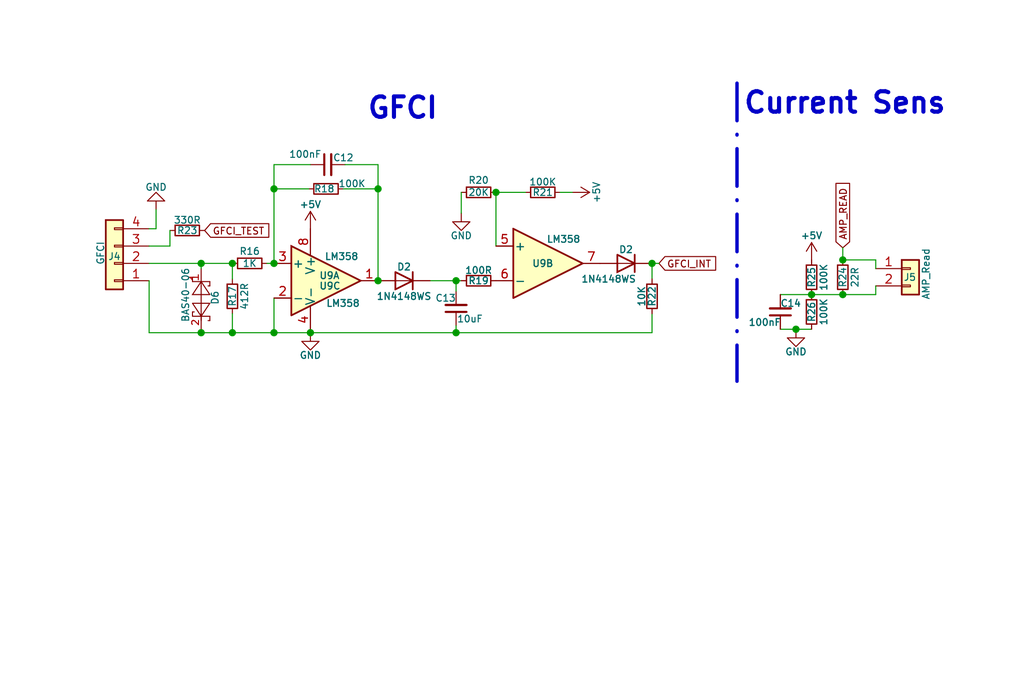
<source format=kicad_sch>
(kicad_sch (version 20230121) (generator eeschema)

  (uuid e8441cba-1f59-47c0-895f-0e6cb82b7410)

  (paper "User" 150.012 99.9998)

  (lib_symbols
    (symbol "Amplifier_Operational:LM358" (pin_names (offset 0.127)) (in_bom yes) (on_board yes)
      (property "Reference" "U" (at 0 5.08 0)
        (effects (font (size 1.27 1.27)) (justify left))
      )
      (property "Value" "LM358" (at 0 -5.08 0)
        (effects (font (size 1.27 1.27)) (justify left))
      )
      (property "Footprint" "" (at 0 0 0)
        (effects (font (size 1.27 1.27)) hide)
      )
      (property "Datasheet" "http://www.ti.com/lit/ds/symlink/lm2904-n.pdf" (at 0 0 0)
        (effects (font (size 1.27 1.27)) hide)
      )
      (property "ki_locked" "" (at 0 0 0)
        (effects (font (size 1.27 1.27)))
      )
      (property "ki_keywords" "dual opamp" (at 0 0 0)
        (effects (font (size 1.27 1.27)) hide)
      )
      (property "ki_description" "Low-Power, Dual Operational Amplifiers, DIP-8/SOIC-8/TO-99-8" (at 0 0 0)
        (effects (font (size 1.27 1.27)) hide)
      )
      (property "ki_fp_filters" "SOIC*3.9x4.9mm*P1.27mm* DIP*W7.62mm* TO*99* OnSemi*Micro8* TSSOP*3x3mm*P0.65mm* TSSOP*4.4x3mm*P0.65mm* MSOP*3x3mm*P0.65mm* SSOP*3.9x4.9mm*P0.635mm* LFCSP*2x2mm*P0.5mm* *SIP* SOIC*5.3x6.2mm*P1.27mm*" (at 0 0 0)
        (effects (font (size 1.27 1.27)) hide)
      )
      (symbol "LM358_1_1"
        (polyline
          (pts
            (xy -5.08 5.08)
            (xy 5.08 0)
            (xy -5.08 -5.08)
            (xy -5.08 5.08)
          )
          (stroke (width 0.254) (type default))
          (fill (type background))
        )
        (pin output line (at 7.62 0 180) (length 2.54)
          (name "~" (effects (font (size 1.27 1.27))))
          (number "1" (effects (font (size 1.27 1.27))))
        )
        (pin input line (at -7.62 -2.54 0) (length 2.54)
          (name "-" (effects (font (size 1.27 1.27))))
          (number "2" (effects (font (size 1.27 1.27))))
        )
        (pin input line (at -7.62 2.54 0) (length 2.54)
          (name "+" (effects (font (size 1.27 1.27))))
          (number "3" (effects (font (size 1.27 1.27))))
        )
      )
      (symbol "LM358_2_1"
        (polyline
          (pts
            (xy -5.08 5.08)
            (xy 5.08 0)
            (xy -5.08 -5.08)
            (xy -5.08 5.08)
          )
          (stroke (width 0.254) (type default))
          (fill (type background))
        )
        (pin input line (at -7.62 2.54 0) (length 2.54)
          (name "+" (effects (font (size 1.27 1.27))))
          (number "5" (effects (font (size 1.27 1.27))))
        )
        (pin input line (at -7.62 -2.54 0) (length 2.54)
          (name "-" (effects (font (size 1.27 1.27))))
          (number "6" (effects (font (size 1.27 1.27))))
        )
        (pin output line (at 7.62 0 180) (length 2.54)
          (name "~" (effects (font (size 1.27 1.27))))
          (number "7" (effects (font (size 1.27 1.27))))
        )
      )
      (symbol "LM358_3_1"
        (pin power_in line (at -2.54 -7.62 90) (length 3.81)
          (name "V-" (effects (font (size 1.27 1.27))))
          (number "4" (effects (font (size 1.27 1.27))))
        )
        (pin power_in line (at -2.54 7.62 270) (length 3.81)
          (name "V+" (effects (font (size 1.27 1.27))))
          (number "8" (effects (font (size 1.27 1.27))))
        )
      )
    )
    (symbol "Connector_Generic:Conn_01x02" (pin_names (offset 1.016) hide) (in_bom yes) (on_board yes)
      (property "Reference" "J" (at 0 2.54 0)
        (effects (font (size 1.27 1.27)))
      )
      (property "Value" "Conn_01x02" (at 0 -5.08 0)
        (effects (font (size 1.27 1.27)))
      )
      (property "Footprint" "" (at 0 0 0)
        (effects (font (size 1.27 1.27)) hide)
      )
      (property "Datasheet" "~" (at 0 0 0)
        (effects (font (size 1.27 1.27)) hide)
      )
      (property "ki_keywords" "connector" (at 0 0 0)
        (effects (font (size 1.27 1.27)) hide)
      )
      (property "ki_description" "Generic connector, single row, 01x02, script generated (kicad-library-utils/schlib/autogen/connector/)" (at 0 0 0)
        (effects (font (size 1.27 1.27)) hide)
      )
      (property "ki_fp_filters" "Connector*:*_1x??_*" (at 0 0 0)
        (effects (font (size 1.27 1.27)) hide)
      )
      (symbol "Conn_01x02_1_1"
        (rectangle (start -1.27 -2.413) (end 0 -2.667)
          (stroke (width 0.1524) (type default))
          (fill (type none))
        )
        (rectangle (start -1.27 0.127) (end 0 -0.127)
          (stroke (width 0.1524) (type default))
          (fill (type none))
        )
        (rectangle (start -1.27 1.27) (end 1.27 -3.81)
          (stroke (width 0.254) (type default))
          (fill (type background))
        )
        (pin passive line (at -5.08 0 0) (length 3.81)
          (name "Pin_1" (effects (font (size 1.27 1.27))))
          (number "1" (effects (font (size 1.27 1.27))))
        )
        (pin passive line (at -5.08 -2.54 0) (length 3.81)
          (name "Pin_2" (effects (font (size 1.27 1.27))))
          (number "2" (effects (font (size 1.27 1.27))))
        )
      )
    )
    (symbol "Connector_Generic:Conn_01x04" (pin_names (offset 1.016) hide) (in_bom yes) (on_board yes)
      (property "Reference" "J" (at 0 5.08 0)
        (effects (font (size 1.27 1.27)))
      )
      (property "Value" "Conn_01x04" (at 0 -7.62 0)
        (effects (font (size 1.27 1.27)))
      )
      (property "Footprint" "" (at 0 0 0)
        (effects (font (size 1.27 1.27)) hide)
      )
      (property "Datasheet" "~" (at 0 0 0)
        (effects (font (size 1.27 1.27)) hide)
      )
      (property "ki_keywords" "connector" (at 0 0 0)
        (effects (font (size 1.27 1.27)) hide)
      )
      (property "ki_description" "Generic connector, single row, 01x04, script generated (kicad-library-utils/schlib/autogen/connector/)" (at 0 0 0)
        (effects (font (size 1.27 1.27)) hide)
      )
      (property "ki_fp_filters" "Connector*:*_1x??_*" (at 0 0 0)
        (effects (font (size 1.27 1.27)) hide)
      )
      (symbol "Conn_01x04_1_1"
        (rectangle (start -1.27 -4.953) (end 0 -5.207)
          (stroke (width 0.1524) (type default))
          (fill (type none))
        )
        (rectangle (start -1.27 -2.413) (end 0 -2.667)
          (stroke (width 0.1524) (type default))
          (fill (type none))
        )
        (rectangle (start -1.27 0.127) (end 0 -0.127)
          (stroke (width 0.1524) (type default))
          (fill (type none))
        )
        (rectangle (start -1.27 2.667) (end 0 2.413)
          (stroke (width 0.1524) (type default))
          (fill (type none))
        )
        (rectangle (start -1.27 3.81) (end 1.27 -6.35)
          (stroke (width 0.254) (type default))
          (fill (type background))
        )
        (pin passive line (at -5.08 2.54 0) (length 3.81)
          (name "Pin_1" (effects (font (size 1.27 1.27))))
          (number "1" (effects (font (size 1.27 1.27))))
        )
        (pin passive line (at -5.08 0 0) (length 3.81)
          (name "Pin_2" (effects (font (size 1.27 1.27))))
          (number "2" (effects (font (size 1.27 1.27))))
        )
        (pin passive line (at -5.08 -2.54 0) (length 3.81)
          (name "Pin_3" (effects (font (size 1.27 1.27))))
          (number "3" (effects (font (size 1.27 1.27))))
        )
        (pin passive line (at -5.08 -5.08 0) (length 3.81)
          (name "Pin_4" (effects (font (size 1.27 1.27))))
          (number "4" (effects (font (size 1.27 1.27))))
        )
      )
    )
    (symbol "Device:C_Small" (pin_numbers hide) (pin_names (offset 0.254) hide) (in_bom yes) (on_board yes)
      (property "Reference" "C" (at 0.254 1.778 0)
        (effects (font (size 1.27 1.27)) (justify left))
      )
      (property "Value" "C_Small" (at 0.254 -2.032 0)
        (effects (font (size 1.27 1.27)) (justify left))
      )
      (property "Footprint" "" (at 0 0 0)
        (effects (font (size 1.27 1.27)) hide)
      )
      (property "Datasheet" "~" (at 0 0 0)
        (effects (font (size 1.27 1.27)) hide)
      )
      (property "ki_keywords" "capacitor cap" (at 0 0 0)
        (effects (font (size 1.27 1.27)) hide)
      )
      (property "ki_description" "Unpolarized capacitor, small symbol" (at 0 0 0)
        (effects (font (size 1.27 1.27)) hide)
      )
      (property "ki_fp_filters" "C_*" (at 0 0 0)
        (effects (font (size 1.27 1.27)) hide)
      )
      (symbol "C_Small_0_1"
        (polyline
          (pts
            (xy -1.524 -0.508)
            (xy 1.524 -0.508)
          )
          (stroke (width 0.3302) (type default))
          (fill (type none))
        )
        (polyline
          (pts
            (xy -1.524 0.508)
            (xy 1.524 0.508)
          )
          (stroke (width 0.3048) (type default))
          (fill (type none))
        )
      )
      (symbol "C_Small_1_1"
        (pin passive line (at 0 2.54 270) (length 2.032)
          (name "~" (effects (font (size 1.27 1.27))))
          (number "1" (effects (font (size 1.27 1.27))))
        )
        (pin passive line (at 0 -2.54 90) (length 2.032)
          (name "~" (effects (font (size 1.27 1.27))))
          (number "2" (effects (font (size 1.27 1.27))))
        )
      )
    )
    (symbol "Device:R_Small" (pin_numbers hide) (pin_names (offset 0.254) hide) (in_bom yes) (on_board yes)
      (property "Reference" "R" (at 0.762 0.508 0)
        (effects (font (size 1.27 1.27)) (justify left))
      )
      (property "Value" "R_Small" (at 0.762 -1.016 0)
        (effects (font (size 1.27 1.27)) (justify left))
      )
      (property "Footprint" "" (at 0 0 0)
        (effects (font (size 1.27 1.27)) hide)
      )
      (property "Datasheet" "~" (at 0 0 0)
        (effects (font (size 1.27 1.27)) hide)
      )
      (property "ki_keywords" "R resistor" (at 0 0 0)
        (effects (font (size 1.27 1.27)) hide)
      )
      (property "ki_description" "Resistor, small symbol" (at 0 0 0)
        (effects (font (size 1.27 1.27)) hide)
      )
      (property "ki_fp_filters" "R_*" (at 0 0 0)
        (effects (font (size 1.27 1.27)) hide)
      )
      (symbol "R_Small_0_1"
        (rectangle (start -0.762 1.778) (end 0.762 -1.778)
          (stroke (width 0.2032) (type default))
          (fill (type none))
        )
      )
      (symbol "R_Small_1_1"
        (pin passive line (at 0 2.54 270) (length 0.762)
          (name "~" (effects (font (size 1.27 1.27))))
          (number "1" (effects (font (size 1.27 1.27))))
        )
        (pin passive line (at 0 -2.54 90) (length 0.762)
          (name "~" (effects (font (size 1.27 1.27))))
          (number "2" (effects (font (size 1.27 1.27))))
        )
      )
    )
    (symbol "Diode:1N4148WS" (pin_numbers hide) (pin_names hide) (in_bom yes) (on_board yes)
      (property "Reference" "D" (at 0 2.54 0)
        (effects (font (size 1.27 1.27)))
      )
      (property "Value" "1N4148WS" (at 0 -2.54 0)
        (effects (font (size 1.27 1.27)))
      )
      (property "Footprint" "Diode_SMD:D_SOD-323" (at 0 -4.445 0)
        (effects (font (size 1.27 1.27)) hide)
      )
      (property "Datasheet" "https://www.vishay.com/docs/85751/1n4148ws.pdf" (at 0 0 0)
        (effects (font (size 1.27 1.27)) hide)
      )
      (property "Sim.Device" "D" (at 0 0 0)
        (effects (font (size 1.27 1.27)) hide)
      )
      (property "Sim.Pins" "1=K 2=A" (at 0 0 0)
        (effects (font (size 1.27 1.27)) hide)
      )
      (property "ki_keywords" "diode" (at 0 0 0)
        (effects (font (size 1.27 1.27)) hide)
      )
      (property "ki_description" "75V 0.15A Fast switching Diode, SOD-323" (at 0 0 0)
        (effects (font (size 1.27 1.27)) hide)
      )
      (property "ki_fp_filters" "D*SOD?323*" (at 0 0 0)
        (effects (font (size 1.27 1.27)) hide)
      )
      (symbol "1N4148WS_0_1"
        (polyline
          (pts
            (xy -1.27 1.27)
            (xy -1.27 -1.27)
          )
          (stroke (width 0.254) (type default))
          (fill (type none))
        )
        (polyline
          (pts
            (xy 1.27 0)
            (xy -1.27 0)
          )
          (stroke (width 0) (type default))
          (fill (type none))
        )
        (polyline
          (pts
            (xy 1.27 1.27)
            (xy 1.27 -1.27)
            (xy -1.27 0)
            (xy 1.27 1.27)
          )
          (stroke (width 0.254) (type default))
          (fill (type none))
        )
      )
      (symbol "1N4148WS_1_1"
        (pin passive line (at -3.81 0 0) (length 2.54)
          (name "K" (effects (font (size 1.27 1.27))))
          (number "1" (effects (font (size 1.27 1.27))))
        )
        (pin passive line (at 3.81 0 180) (length 2.54)
          (name "A" (effects (font (size 1.27 1.27))))
          (number "2" (effects (font (size 1.27 1.27))))
        )
      )
    )
    (symbol "Diode:BAS40-04" (pin_names (offset 1.016)) (in_bom yes) (on_board yes)
      (property "Reference" "D6" (at -1.016 4.826 0)
        (effects (font (size 1 1)) (justify right))
      )
      (property "Value" "BAS40-06" (at 1.524 0.254 0)
        (effects (font (size 1 1)) (justify right))
      )
      (property "Footprint" "Package_TO_SOT_SMD:SOT-23" (at -6.35 7.62 0)
        (effects (font (size 1.27 1.27)) (justify left) hide)
      )
      (property "Datasheet" "http://www.vishay.com/docs/85701/bas40v.pdf" (at -3.81 12.7 0)
        (effects (font (size 1.27 1.27)) hide)
      )
      (property "ki_keywords" "Schottky, Diode" (at 0 0 0)
        (effects (font (size 1.27 1.27)) hide)
      )
      (property "ki_description" "40V 0.2A Dual Small Signal Schottky Diodes" (at 0 0 0)
        (effects (font (size 1.27 1.27)) hide)
      )
      (property "ki_fp_filters" "SOT?23*" (at 0 0 0)
        (effects (font (size 1.27 1.27)) hide)
      )
      (symbol "BAS40-04_0_1"
        (polyline
          (pts
            (xy -5.08 1.27)
            (xy -5.08 1.524)
          )
          (stroke (width 0) (type default))
          (fill (type none))
        )
        (polyline
          (pts
            (xy -4.445 1.27)
            (xy -5.08 1.27)
          )
          (stroke (width 0) (type default))
          (fill (type none))
        )
        (polyline
          (pts
            (xy -4.445 3.81)
            (xy -4.445 1.27)
          )
          (stroke (width 0) (type default))
          (fill (type none))
        )
        (polyline
          (pts
            (xy -4.445 3.81)
            (xy -3.81 3.81)
          )
          (stroke (width 0) (type default))
          (fill (type none))
        )
        (polyline
          (pts
            (xy -3.81 2.54)
            (xy 1.27 2.54)
          )
          (stroke (width 0) (type default))
          (fill (type none))
        )
        (polyline
          (pts
            (xy -3.81 3.81)
            (xy -3.81 3.556)
          )
          (stroke (width 0) (type default))
          (fill (type none))
        )
        (polyline
          (pts
            (xy 0 1.27)
            (xy 0 1.524)
          )
          (stroke (width 0) (type default))
          (fill (type none))
        )
        (polyline
          (pts
            (xy 0.635 1.27)
            (xy 0 1.27)
          )
          (stroke (width 0) (type default))
          (fill (type none))
        )
        (polyline
          (pts
            (xy 0.635 1.27)
            (xy 0.635 3.81)
          )
          (stroke (width 0) (type default))
          (fill (type none))
        )
        (polyline
          (pts
            (xy 0.635 3.81)
            (xy 1.27 3.81)
          )
          (stroke (width 0) (type default))
          (fill (type none))
        )
        (polyline
          (pts
            (xy 1.27 3.81)
            (xy 1.27 3.556)
          )
          (stroke (width 0) (type default))
          (fill (type none))
        )
        (polyline
          (pts
            (xy -2.54 1.27)
            (xy -2.54 3.81)
            (xy -4.445 2.54)
            (xy -2.54 1.27)
          )
          (stroke (width 0) (type default))
          (fill (type none))
        )
        (polyline
          (pts
            (xy -1.27 3.81)
            (xy -1.27 1.27)
            (xy 0.635 2.54)
            (xy -1.27 3.81)
          )
          (stroke (width 0) (type default))
          (fill (type none))
        )
      )
      (symbol "BAS40-04_1_1"
        (pin passive line (at -6.35 2.54 0) (length 2.54)
          (name "~" (effects (font (size 1.27 1.27))))
          (number "1" (effects (font (size 1.27 1.27))))
        )
        (pin passive line (at 2.81 2.54 180) (length 2.54)
          (name "~" (effects (font (size 1.27 1.27))))
          (number "2" (effects (font (size 1 1))))
        )
      )
    )
    (symbol "power:+5V" (power) (pin_names (offset 0)) (in_bom yes) (on_board yes)
      (property "Reference" "#PWR" (at 0 -3.81 0)
        (effects (font (size 1.27 1.27)) hide)
      )
      (property "Value" "+5V" (at 0 3.556 0)
        (effects (font (size 1.27 1.27)))
      )
      (property "Footprint" "" (at 0 0 0)
        (effects (font (size 1.27 1.27)) hide)
      )
      (property "Datasheet" "" (at 0 0 0)
        (effects (font (size 1.27 1.27)) hide)
      )
      (property "ki_keywords" "global power" (at 0 0 0)
        (effects (font (size 1.27 1.27)) hide)
      )
      (property "ki_description" "Power symbol creates a global label with name \"+5V\"" (at 0 0 0)
        (effects (font (size 1.27 1.27)) hide)
      )
      (symbol "+5V_0_1"
        (polyline
          (pts
            (xy -0.762 1.27)
            (xy 0 2.54)
          )
          (stroke (width 0) (type default))
          (fill (type none))
        )
        (polyline
          (pts
            (xy 0 0)
            (xy 0 2.54)
          )
          (stroke (width 0) (type default))
          (fill (type none))
        )
        (polyline
          (pts
            (xy 0 2.54)
            (xy 0.762 1.27)
          )
          (stroke (width 0) (type default))
          (fill (type none))
        )
      )
      (symbol "+5V_1_1"
        (pin power_in line (at 0 0 90) (length 0) hide
          (name "+5V" (effects (font (size 1.27 1.27))))
          (number "1" (effects (font (size 1.27 1.27))))
        )
      )
    )
    (symbol "power:GND" (power) (pin_names (offset 0)) (in_bom yes) (on_board yes)
      (property "Reference" "#PWR" (at 0 -6.35 0)
        (effects (font (size 1.27 1.27)) hide)
      )
      (property "Value" "GND" (at 0 -3.81 0)
        (effects (font (size 1.27 1.27)))
      )
      (property "Footprint" "" (at 0 0 0)
        (effects (font (size 1.27 1.27)) hide)
      )
      (property "Datasheet" "" (at 0 0 0)
        (effects (font (size 1.27 1.27)) hide)
      )
      (property "ki_keywords" "global power" (at 0 0 0)
        (effects (font (size 1.27 1.27)) hide)
      )
      (property "ki_description" "Power symbol creates a global label with name \"GND\" , ground" (at 0 0 0)
        (effects (font (size 1.27 1.27)) hide)
      )
      (symbol "GND_0_1"
        (polyline
          (pts
            (xy 0 0)
            (xy 0 -1.27)
            (xy 1.27 -1.27)
            (xy 0 -2.54)
            (xy -1.27 -1.27)
            (xy 0 -1.27)
          )
          (stroke (width 0) (type default))
          (fill (type none))
        )
      )
      (symbol "GND_1_1"
        (pin power_in line (at 0 0 270) (length 0) hide
          (name "GND" (effects (font (size 1.27 1.27))))
          (number "1" (effects (font (size 1.27 1.27))))
        )
      )
    )
  )

  (junction (at 118.872 43.18) (diameter 0) (color 0 0 0 0)
    (uuid 26a717ab-b314-4c8b-bb1f-4037e3905502)
  )
  (junction (at 29.464 48.768) (diameter 0) (color 0 0 0 0)
    (uuid 300b0904-c6cf-44b3-ba28-3c8d724b0626)
  )
  (junction (at 95.504 38.608) (diameter 0) (color 0 0 0 0)
    (uuid 3b887b15-7480-4b3c-893b-953fe01de49c)
  )
  (junction (at 40.132 27.686) (diameter 0) (color 0 0 0 0)
    (uuid 44869bbb-5bad-485c-a5c2-5e0ffabc815e)
  )
  (junction (at 116.586 48.26) (diameter 0) (color 0 0 0 0)
    (uuid 4f9182e6-2c4d-43dd-9c16-9f07391874bc)
  )
  (junction (at 66.802 48.768) (diameter 0) (color 0 0 0 0)
    (uuid 52c371eb-f951-457e-b1ed-f7e650cf4530)
  )
  (junction (at 123.444 43.18) (diameter 0) (color 0 0 0 0)
    (uuid 55c18189-ab5b-4f42-baf0-cb0edfe0746b)
  )
  (junction (at 40.132 48.768) (diameter 0) (color 0 0 0 0)
    (uuid 5c49fa29-4866-42ff-a299-2e1db84adecf)
  )
  (junction (at 34.036 38.608) (diameter 0) (color 0 0 0 0)
    (uuid 720b9366-8592-4ca4-a1d1-ce361ac62b6c)
  )
  (junction (at 66.802 41.148) (diameter 0) (color 0 0 0 0)
    (uuid 7a3c625a-abf0-44db-9f97-eb97c6373649)
  )
  (junction (at 45.466 48.768) (diameter 0) (color 0 0 0 0)
    (uuid 936c0456-e7a0-4bec-aeac-6cf2bdaab979)
  )
  (junction (at 29.464 38.608) (diameter 0) (color 0 0 0 0)
    (uuid 9fd366d7-168a-4c7b-b973-581ce3798972)
  )
  (junction (at 55.372 27.686) (diameter 0) (color 0 0 0 0)
    (uuid cf3c6b36-d9f0-45d0-bdaf-84300dc2f2bf)
  )
  (junction (at 34.036 48.768) (diameter 0) (color 0 0 0 0)
    (uuid d52a17da-9397-4755-b3b7-9b47da288e5a)
  )
  (junction (at 40.132 38.608) (diameter 0) (color 0 0 0 0)
    (uuid e431b125-3067-4c7b-b76b-6d5c3edcc860)
  )
  (junction (at 55.372 41.148) (diameter 0) (color 0 0 0 0)
    (uuid e96c4e47-ab48-4b84-9b31-3371fadc719e)
  )
  (junction (at 72.644 28.194) (diameter 0) (color 0 0 0 0)
    (uuid f23d9a67-298b-420a-b282-ee841c5aa112)
  )
  (junction (at 123.444 38.1) (diameter 0) (color 0 0 0 0)
    (uuid fda444c8-dafa-4daf-a660-b184d329f467)
  )

  (wire (pts (xy 40.132 48.768) (xy 45.466 48.768))
    (stroke (width 0) (type default))
    (uuid 02812668-26db-492c-83e1-f252e5e7e5c2)
  )
  (wire (pts (xy 95.504 45.974) (xy 95.504 48.768))
    (stroke (width 0) (type default))
    (uuid 0d7c22ab-754d-430d-a9dd-ed158585611c)
  )
  (wire (pts (xy 21.844 38.608) (xy 29.464 38.608))
    (stroke (width 0) (type default))
    (uuid 156ca7b7-85a7-428a-b067-6264c40a788c)
  )
  (wire (pts (xy 45.466 48.768) (xy 66.802 48.768))
    (stroke (width 0) (type default))
    (uuid 1c498ad3-c90b-49c4-a05f-b043373d8ff2)
  )
  (wire (pts (xy 21.844 48.768) (xy 29.464 48.768))
    (stroke (width 0) (type default))
    (uuid 21b8bc9e-2394-4185-bcd7-fc14f528ce23)
  )
  (wire (pts (xy 22.86 30.734) (xy 22.86 33.528))
    (stroke (width 0) (type default))
    (uuid 27d25426-e164-4efb-83a7-f3c42ca83cf3)
  )
  (wire (pts (xy 123.444 36.322) (xy 123.444 38.1))
    (stroke (width 0) (type default))
    (uuid 2c9d0541-187d-4b53-a297-36332c978250)
  )
  (wire (pts (xy 67.564 41.148) (xy 66.802 41.148))
    (stroke (width 0) (type default))
    (uuid 36986170-fe8a-4dfd-a32d-22ac12d85848)
  )
  (wire (pts (xy 40.132 24.13) (xy 40.132 27.686))
    (stroke (width 0) (type default))
    (uuid 39ff3a34-6a1b-4003-ad07-ef5490d8c1dc)
  )
  (wire (pts (xy 34.036 48.768) (xy 40.132 48.768))
    (stroke (width 0) (type default))
    (uuid 3d51266c-3668-4f30-a96c-3ac547048e3c)
  )
  (wire (pts (xy 66.802 48.768) (xy 95.504 48.768))
    (stroke (width 0) (type default))
    (uuid 4b3d6a29-ee93-4aed-8903-38534769b0e6)
  )
  (wire (pts (xy 45.212 27.686) (xy 40.132 27.686))
    (stroke (width 0) (type default))
    (uuid 4be5df86-04ae-4405-a3be-70aba27e4d1f)
  )
  (wire (pts (xy 50.546 24.13) (xy 55.372 24.13))
    (stroke (width 0) (type default))
    (uuid 5093ec20-4e89-400f-9c02-04512281c1f5)
  )
  (wire (pts (xy 114.3 48.26) (xy 116.586 48.26))
    (stroke (width 0) (type default))
    (uuid 6145022d-8f0e-4dec-b303-d221088921b2)
  )
  (wire (pts (xy 62.992 41.148) (xy 66.802 41.148))
    (stroke (width 0) (type default))
    (uuid 623629b6-d910-4380-a6b2-c127d1323982)
  )
  (wire (pts (xy 34.036 40.894) (xy 34.036 38.608))
    (stroke (width 0) (type default))
    (uuid 69014f86-f573-4c4d-9800-89ed6b6840fe)
  )
  (wire (pts (xy 29.464 48.768) (xy 34.036 48.768))
    (stroke (width 0) (type default))
    (uuid 6927be6b-85b2-4f29-89ab-be6a3b642ad1)
  )
  (wire (pts (xy 40.132 43.688) (xy 40.132 48.768))
    (stroke (width 0) (type default))
    (uuid 6a8a1dec-8c18-47cb-a5b4-7baafeaedf1b)
  )
  (wire (pts (xy 39.116 38.608) (xy 40.132 38.608))
    (stroke (width 0) (type default))
    (uuid 6f13cc4b-31b4-4b96-a471-f6ac09a4d769)
  )
  (wire (pts (xy 95.504 38.608) (xy 95.504 40.894))
    (stroke (width 0) (type default))
    (uuid 70c76333-a10a-44b9-88e7-a169a3c41299)
  )
  (wire (pts (xy 29.464 39.37) (xy 29.464 38.608))
    (stroke (width 0) (type default))
    (uuid 73abebf5-e9ba-4bb7-b297-a3bc769de7fc)
  )
  (wire (pts (xy 123.444 38.1) (xy 128.27 38.1))
    (stroke (width 0) (type default))
    (uuid 76afec3f-4823-42aa-8b9d-4ffcc588943d)
  )
  (wire (pts (xy 114.3 43.18) (xy 118.872 43.18))
    (stroke (width 0) (type default))
    (uuid 800cf79d-d22f-458d-83dd-6147fd09a04e)
  )
  (wire (pts (xy 34.036 45.974) (xy 34.036 48.768))
    (stroke (width 0) (type default))
    (uuid 85e0d08b-e208-4179-92ef-01fb35dab1f5)
  )
  (wire (pts (xy 29.464 48.768) (xy 29.464 48.53))
    (stroke (width 0) (type default))
    (uuid 884bdb9b-0f4d-497d-b0a3-6567744fbed8)
  )
  (wire (pts (xy 67.564 31.242) (xy 67.564 28.194))
    (stroke (width 0) (type default))
    (uuid 8a0eaa90-164b-441b-a063-b078c36f496b)
  )
  (polyline (pts (xy 107.95 12.192) (xy 107.95 55.88))
    (stroke (width 0.5) (type dash_dot))
    (uuid 8b0364b1-bbda-47a0-92ff-31206e075832)
  )

  (wire (pts (xy 76.962 28.194) (xy 72.644 28.194))
    (stroke (width 0) (type default))
    (uuid 8b139f7f-9c1b-4926-a762-5a30ee23c6be)
  )
  (wire (pts (xy 128.27 38.1) (xy 128.27 39.37))
    (stroke (width 0) (type default))
    (uuid 934cda59-6e3e-4b68-9a23-a23bc991f20a)
  )
  (wire (pts (xy 128.27 43.18) (xy 123.444 43.18))
    (stroke (width 0) (type default))
    (uuid a139db93-4d50-4208-921c-45a547f082b6)
  )
  (wire (pts (xy 83.82 28.194) (xy 82.042 28.194))
    (stroke (width 0) (type default))
    (uuid a567e585-0659-4178-9076-716801d3c482)
  )
  (wire (pts (xy 55.372 27.686) (xy 55.372 41.148))
    (stroke (width 0) (type default))
    (uuid a7419e0a-ca47-4d05-9a90-2b93342704e2)
  )
  (wire (pts (xy 24.892 36.068) (xy 21.844 36.068))
    (stroke (width 0) (type default))
    (uuid a8428075-85f1-423c-ad8b-8e6c858e4890)
  )
  (wire (pts (xy 72.644 28.194) (xy 72.644 36.068))
    (stroke (width 0) (type default))
    (uuid b07e7858-82a2-4927-b49d-85e1a218c16d)
  )
  (wire (pts (xy 116.586 48.26) (xy 118.872 48.26))
    (stroke (width 0) (type default))
    (uuid b5210d2a-e5ca-41fc-b7d9-7579dc627e8b)
  )
  (wire (pts (xy 22.86 33.528) (xy 21.844 33.528))
    (stroke (width 0) (type default))
    (uuid b5bf45a8-2005-46d1-8839-66697410558a)
  )
  (wire (pts (xy 50.292 27.686) (xy 55.372 27.686))
    (stroke (width 0) (type default))
    (uuid c01cabfe-414c-4705-a3af-c3a0c1104649)
  )
  (wire (pts (xy 128.27 41.91) (xy 128.27 43.18))
    (stroke (width 0) (type default))
    (uuid c041dd59-23c0-49d0-8cdd-b7ca53f3ad50)
  )
  (wire (pts (xy 66.802 41.148) (xy 66.802 42.672))
    (stroke (width 0) (type default))
    (uuid c26f51ac-b3a4-4d60-8291-8cb0b6723aa7)
  )
  (wire (pts (xy 118.872 43.18) (xy 123.444 43.18))
    (stroke (width 0) (type default))
    (uuid c42ee6c6-ae9d-474e-a725-6142b4375faf)
  )
  (wire (pts (xy 29.464 38.608) (xy 34.036 38.608))
    (stroke (width 0) (type default))
    (uuid c6d125a5-6ae2-4982-bcba-621f859216d1)
  )
  (wire (pts (xy 24.892 33.782) (xy 24.892 36.068))
    (stroke (width 0) (type default))
    (uuid ce6f29ef-983a-4490-9837-cd5e323380d8)
  )
  (wire (pts (xy 40.132 27.686) (xy 40.132 38.608))
    (stroke (width 0) (type default))
    (uuid d05f984b-9086-4008-befa-dc2141edcbac)
  )
  (wire (pts (xy 21.844 41.148) (xy 21.844 48.768))
    (stroke (width 0) (type default))
    (uuid e07ec56a-8bfb-49ac-81cf-9deb884eeeeb)
  )
  (wire (pts (xy 66.802 47.752) (xy 66.802 48.768))
    (stroke (width 0) (type default))
    (uuid ebdf3ff5-7a06-4e2a-94e5-35790503f765)
  )
  (wire (pts (xy 95.504 38.608) (xy 96.52 38.608))
    (stroke (width 0) (type default))
    (uuid f1df9cc3-cd96-44d0-8cdf-7de5ddcd505e)
  )
  (wire (pts (xy 45.466 24.13) (xy 40.132 24.13))
    (stroke (width 0) (type default))
    (uuid f386c889-887d-42a8-8879-bcb96afd7f7b)
  )
  (wire (pts (xy 55.372 24.13) (xy 55.372 27.686))
    (stroke (width 0) (type default))
    (uuid ff685895-f1cb-4eaf-a2dd-2b36381e922b)
  )

  (text "Current Sens" (at 108.712 17.018 0)
    (effects (font (size 3 3) bold) (justify left bottom))
    (uuid 97197411-44ce-4a4a-8a9c-0bb4b30fb334)
  )
  (text "GFCI" (at 53.594 17.78 0)
    (effects (font (size 3 3) bold) (justify left bottom))
    (uuid debee36a-6795-40c9-8df8-fc257b82ca7f)
  )

  (global_label "GFCI_TEST" (shape input) (at 29.972 33.782 0) (fields_autoplaced)
    (effects (font (size 1 1)) (justify left))
    (uuid 06e947b4-eddf-45c8-a89b-67625e29260c)
    (property "Intersheetrefs" "${INTERSHEET_REFS}" (at 39.7361 33.782 0)
      (effects (font (size 1.27 1.27)) (justify left) hide)
    )
  )
  (global_label "AMP_READ" (shape input) (at 123.444 36.322 90) (fields_autoplaced)
    (effects (font (size 1 1)) (justify left))
    (uuid 202324d3-5104-40e7-8070-78c14f12dbe1)
    (property "Intersheetrefs" "${INTERSHEET_REFS}" (at 123.444 26.5103 90)
      (effects (font (size 1.27 1.27)) (justify left) hide)
    )
  )
  (global_label "GFCI_INT" (shape input) (at 96.52 38.608 0) (fields_autoplaced)
    (effects (font (size 1 1)) (justify left))
    (uuid db3f626f-20b5-4a59-a96d-c01ed5bb156c)
    (property "Intersheetrefs" "${INTERSHEET_REFS}" (at 105.1888 38.608 0)
      (effects (font (size 1.27 1.27)) (justify left) hide)
    )
  )

  (symbol (lib_id "power:GND") (at 67.564 31.242 0) (unit 1)
    (in_bom yes) (on_board yes) (dnp no)
    (uuid 08b0c50b-b189-4507-8f52-f4b0f973c1f4)
    (property "Reference" "#PWR035" (at 67.564 37.592 0)
      (effects (font (size 1.27 1.27)) hide)
    )
    (property "Value" "GND" (at 67.564 34.544 0)
      (effects (font (size 1 1)))
    )
    (property "Footprint" "" (at 67.564 31.242 0)
      (effects (font (size 1.27 1.27)) hide)
    )
    (property "Datasheet" "" (at 67.564 31.242 0)
      (effects (font (size 1.27 1.27)) hide)
    )
    (pin "1" (uuid d4c7da8f-e523-4154-82f8-0fad9e7366f2))
    (instances
      (project "EV_Charger"
        (path "/65e4f495-1587-47cc-89e7-5f7f29c51acd/1ca0b73e-8b87-4889-98c7-9507f8eedb07"
          (reference "#PWR035") (unit 1)
        )
      )
    )
  )

  (symbol (lib_id "power:+5V") (at 45.466 33.528 0) (unit 1)
    (in_bom yes) (on_board yes) (dnp no)
    (uuid 0f044a68-b924-40b5-83cc-ca23ee8aafc9)
    (property "Reference" "#PWR034" (at 45.466 37.338 0)
      (effects (font (size 1.27 1.27)) hide)
    )
    (property "Value" "+5V" (at 45.466 29.972 0)
      (effects (font (size 1 1)))
    )
    (property "Footprint" "" (at 45.466 33.528 0)
      (effects (font (size 1.27 1.27)) hide)
    )
    (property "Datasheet" "" (at 45.466 33.528 0)
      (effects (font (size 1.27 1.27)) hide)
    )
    (pin "1" (uuid 71ac1fb7-3086-47d0-b600-368aa46d06b7))
    (instances
      (project "EV_Charger"
        (path "/65e4f495-1587-47cc-89e7-5f7f29c51acd/1ca0b73e-8b87-4889-98c7-9507f8eedb07"
          (reference "#PWR034") (unit 1)
        )
      )
    )
  )

  (symbol (lib_id "Device:R_Small") (at 27.432 33.782 90) (unit 1)
    (in_bom yes) (on_board yes) (dnp no)
    (uuid 16e1d92c-d1d8-441f-a849-720745ca7210)
    (property "Reference" "R23" (at 27.432 33.782 90)
      (effects (font (size 1 1)))
    )
    (property "Value" "330R" (at 27.432 32.258 90)
      (effects (font (size 1 1)))
    )
    (property "Footprint" "Resistor_SMD:R_0402_1005Metric_Pad0.72x0.64mm_HandSolder" (at 27.432 33.782 0)
      (effects (font (size 1.27 1.27)) hide)
    )
    (property "Datasheet" "~" (at 27.432 33.782 0)
      (effects (font (size 1.27 1.27)) hide)
    )
    (pin "1" (uuid de0c63ed-66e5-4f69-ac35-e0f76cd96b60))
    (pin "2" (uuid 8db5bcdc-feb4-44c0-a063-8f07d92ecc25))
    (instances
      (project "EV_Charger"
        (path "/65e4f495-1587-47cc-89e7-5f7f29c51acd/1ca0b73e-8b87-4889-98c7-9507f8eedb07"
          (reference "R23") (unit 1)
        )
      )
    )
  )

  (symbol (lib_id "Device:C_Small") (at 114.3 45.72 180) (unit 1)
    (in_bom yes) (on_board yes) (dnp no)
    (uuid 1b3a179d-b2d6-4a0b-b52e-8e86cd8d0878)
    (property "Reference" "C14" (at 115.824 44.45 0)
      (effects (font (size 1 1)))
    )
    (property "Value" "100nF" (at 112.014 47.244 0)
      (effects (font (size 1 1)))
    )
    (property "Footprint" "Capacitor_SMD:C_0805_2012Metric" (at 114.3 45.72 0)
      (effects (font (size 1.27 1.27)) hide)
    )
    (property "Datasheet" "~" (at 114.3 45.72 0)
      (effects (font (size 1.27 1.27)) hide)
    )
    (pin "1" (uuid 8abe074b-e234-4eef-9063-b18a6ebe3441))
    (pin "2" (uuid 0df11389-4454-45fd-bb2a-c1ac0d500f2e))
    (instances
      (project "EV_Charger"
        (path "/65e4f495-1587-47cc-89e7-5f7f29c51acd/1ca0b73e-8b87-4889-98c7-9507f8eedb07"
          (reference "C14") (unit 1)
        )
      )
    )
  )

  (symbol (lib_id "power:+5V") (at 83.82 28.194 270) (unit 1)
    (in_bom yes) (on_board yes) (dnp no)
    (uuid 1b685e9d-ae49-4f12-9e77-c87361447f3a)
    (property "Reference" "#PWR037" (at 80.01 28.194 0)
      (effects (font (size 1.27 1.27)) hide)
    )
    (property "Value" "+5V" (at 87.376 28.194 0)
      (effects (font (size 1 1)))
    )
    (property "Footprint" "" (at 83.82 28.194 0)
      (effects (font (size 1.27 1.27)) hide)
    )
    (property "Datasheet" "" (at 83.82 28.194 0)
      (effects (font (size 1.27 1.27)) hide)
    )
    (pin "1" (uuid 15e64788-f7a9-4597-8b23-d04420c8d04b))
    (instances
      (project "EV_Charger"
        (path "/65e4f495-1587-47cc-89e7-5f7f29c51acd/1ca0b73e-8b87-4889-98c7-9507f8eedb07"
          (reference "#PWR037") (unit 1)
        )
      )
    )
  )

  (symbol (lib_id "Device:R_Small") (at 47.752 27.686 90) (unit 1)
    (in_bom yes) (on_board yes) (dnp no)
    (uuid 281e8726-3f34-4429-afa9-0ee75e0f6bc3)
    (property "Reference" "R18" (at 47.498 27.686 90)
      (effects (font (size 1 1)))
    )
    (property "Value" "100K" (at 51.562 26.924 90)
      (effects (font (size 1 1)))
    )
    (property "Footprint" "Resistor_SMD:R_0402_1005Metric_Pad0.72x0.64mm_HandSolder" (at 47.752 27.686 0)
      (effects (font (size 1.27 1.27)) hide)
    )
    (property "Datasheet" "~" (at 47.752 27.686 0)
      (effects (font (size 1.27 1.27)) hide)
    )
    (pin "1" (uuid 40f93f39-4c83-4ed5-93a0-8497fed634c5))
    (pin "2" (uuid 4808976f-651c-45d6-ad7c-b08b71799f56))
    (instances
      (project "EV_Charger"
        (path "/65e4f495-1587-47cc-89e7-5f7f29c51acd/1ca0b73e-8b87-4889-98c7-9507f8eedb07"
          (reference "R18") (unit 1)
        )
      )
    )
  )

  (symbol (lib_id "Amplifier_Operational:LM358") (at 80.264 38.608 0) (unit 2)
    (in_bom yes) (on_board yes) (dnp no)
    (uuid 344c21f6-fde0-4b7b-b203-f22a0c25ae04)
    (property "Reference" "U9" (at 79.502 38.608 0)
      (effects (font (size 1 1)))
    )
    (property "Value" "LM358" (at 82.55 35.052 0)
      (effects (font (size 1 1)))
    )
    (property "Footprint" "Package_SO:SOIC-8_3.9x4.9mm_P1.27mm" (at 80.264 38.608 0)
      (effects (font (size 1.27 1.27)) hide)
    )
    (property "Datasheet" "http://www.ti.com/lit/ds/symlink/lm2904-n.pdf" (at 80.264 38.608 0)
      (effects (font (size 1.27 1.27)) hide)
    )
    (pin "1" (uuid bd30f9ee-1e45-46fc-8e46-329d2bac7cd0))
    (pin "2" (uuid a0fea993-0653-4046-abde-63b947f12330))
    (pin "3" (uuid e9a38647-619a-4776-a96f-005d7e426d92))
    (pin "5" (uuid cbb67ac6-9822-4950-866c-174e55d43602))
    (pin "6" (uuid 33f52bdf-2578-48eb-898b-c8362c42bf27))
    (pin "7" (uuid a94c3504-c366-4152-b962-63553471522d))
    (pin "4" (uuid a3e65c54-f02d-4413-8ef7-9c752e739678))
    (pin "8" (uuid b0e36f66-85c1-4376-b8b8-d0eaa1a637e1))
    (instances
      (project "EV_Charger"
        (path "/65e4f495-1587-47cc-89e7-5f7f29c51acd/1ca0b73e-8b87-4889-98c7-9507f8eedb07"
          (reference "U9") (unit 2)
        )
      )
    )
  )

  (symbol (lib_id "Device:C_Small") (at 66.802 45.212 180) (unit 1)
    (in_bom yes) (on_board yes) (dnp no)
    (uuid 47a2934f-acdd-4c01-940d-96eeedef9a13)
    (property "Reference" "C13" (at 65.278 43.688 0)
      (effects (font (size 1 1)))
    )
    (property "Value" "10uF" (at 68.834 46.736 0)
      (effects (font (size 1 1)))
    )
    (property "Footprint" "Capacitor_SMD:C_0402_1005Metric" (at 66.802 45.212 0)
      (effects (font (size 1.27 1.27)) hide)
    )
    (property "Datasheet" "~" (at 66.802 45.212 0)
      (effects (font (size 1.27 1.27)) hide)
    )
    (pin "1" (uuid bef023aa-82c2-46a4-b40d-b6a2c68e571f))
    (pin "2" (uuid 46ebde2c-617c-4cbc-a2f1-9c20a6c41328))
    (instances
      (project "EV_Charger"
        (path "/65e4f495-1587-47cc-89e7-5f7f29c51acd/1ca0b73e-8b87-4889-98c7-9507f8eedb07"
          (reference "C13") (unit 1)
        )
      )
    )
  )

  (symbol (lib_id "Diode:1N4148WS") (at 59.182 41.148 180) (unit 1)
    (in_bom yes) (on_board yes) (dnp no)
    (uuid 4b0f5acd-9ea3-4533-a2f5-b662a52a3c47)
    (property "Reference" "D2" (at 59.182 39.116 0)
      (effects (font (size 1 1)))
    )
    (property "Value" "1N4148WS" (at 59.182 43.434 0)
      (effects (font (size 1 1)))
    )
    (property "Footprint" "Diode_SMD:D_SOD-323" (at 59.182 36.703 0)
      (effects (font (size 1.27 1.27)) hide)
    )
    (property "Datasheet" "https://www.vishay.com/docs/85751/1n4148ws.pdf" (at 59.182 41.148 0)
      (effects (font (size 1.27 1.27)) hide)
    )
    (property "Sim.Device" "D" (at 59.182 41.148 0)
      (effects (font (size 1.27 1.27)) hide)
    )
    (property "Sim.Pins" "1=K 2=A" (at 59.182 41.148 0)
      (effects (font (size 1.27 1.27)) hide)
    )
    (pin "1" (uuid ab3582ed-44d0-43d2-a09f-407471766ada))
    (pin "2" (uuid 9b9b539b-e3a1-44b5-8426-97a98ffe4025))
    (instances
      (project "EV_Charger"
        (path "/65e4f495-1587-47cc-89e7-5f7f29c51acd/85c1dc23-d924-40e7-9657-7f617e4f58f6"
          (reference "D2") (unit 1)
        )
        (path "/65e4f495-1587-47cc-89e7-5f7f29c51acd/1ca0b73e-8b87-4889-98c7-9507f8eedb07"
          (reference "D7") (unit 1)
        )
      )
    )
  )

  (symbol (lib_id "Diode:BAS40-04") (at 26.924 45.72 270) (unit 1)
    (in_bom yes) (on_board yes) (dnp no)
    (uuid 4cb33b98-4fc5-4a01-bbb2-ff283b20d7d1)
    (property "Reference" "D6" (at 31.496 44.704 0)
      (effects (font (size 1 1)) (justify right))
    )
    (property "Value" "BAS40-06" (at 27.178 47.244 0)
      (effects (font (size 1 1)) (justify right))
    )
    (property "Footprint" "Package_TO_SOT_SMD:SOT-23" (at 34.544 39.37 0)
      (effects (font (size 1.27 1.27)) (justify left) hide)
    )
    (property "Datasheet" "http://www.vishay.com/docs/85701/bas40v.pdf" (at 39.624 41.91 0)
      (effects (font (size 1.27 1.27)) hide)
    )
    (pin "1" (uuid f7bd52a9-d240-4b11-86d7-22f024c0553e))
    (pin "2" (uuid 766ed995-d644-4bd3-a8c5-64ecaaf907f9))
    (instances
      (project "EV_Charger"
        (path "/65e4f495-1587-47cc-89e7-5f7f29c51acd/1ca0b73e-8b87-4889-98c7-9507f8eedb07"
          (reference "D6") (unit 1)
        )
      )
    )
  )

  (symbol (lib_id "Device:R_Small") (at 123.444 40.64 180) (unit 1)
    (in_bom yes) (on_board yes) (dnp no)
    (uuid 51d5376e-52cd-4fe7-b0a9-2f388b9908bd)
    (property "Reference" "R24" (at 123.444 40.64 90)
      (effects (font (size 1 1)))
    )
    (property "Value" "22R" (at 125.222 40.64 90)
      (effects (font (size 1 1)))
    )
    (property "Footprint" "Resistor_SMD:R_0402_1005Metric_Pad0.72x0.64mm_HandSolder" (at 123.444 40.64 0)
      (effects (font (size 1.27 1.27)) hide)
    )
    (property "Datasheet" "~" (at 123.444 40.64 0)
      (effects (font (size 1.27 1.27)) hide)
    )
    (pin "1" (uuid 4ddf5b9c-6ce2-48e7-998f-635267d691ac))
    (pin "2" (uuid bbe0da2b-7ec5-45ff-bccb-71c50d4d678f))
    (instances
      (project "EV_Charger"
        (path "/65e4f495-1587-47cc-89e7-5f7f29c51acd/1ca0b73e-8b87-4889-98c7-9507f8eedb07"
          (reference "R24") (unit 1)
        )
      )
    )
  )

  (symbol (lib_id "Connector_Generic:Conn_01x02") (at 133.35 39.37 0) (unit 1)
    (in_bom yes) (on_board yes) (dnp no)
    (uuid 62bda232-7971-4af3-b122-4e2893a53e7f)
    (property "Reference" "J5" (at 132.334 40.64 0)
      (effects (font (size 1 1)) (justify left))
    )
    (property "Value" "AMP_Read" (at 135.636 43.942 90)
      (effects (font (size 1 1)) (justify left))
    )
    (property "Footprint" "Connector_PinHeader_2.54mm:PinHeader_1x02_P2.54mm_Vertical" (at 133.35 39.37 0)
      (effects (font (size 1.27 1.27)) hide)
    )
    (property "Datasheet" "~" (at 133.35 39.37 0)
      (effects (font (size 1.27 1.27)) hide)
    )
    (pin "1" (uuid e575eb5f-89cb-4027-b947-7530d39b8c64))
    (pin "2" (uuid 1bd66801-0cff-427a-9744-7c2919dcdfd5))
    (instances
      (project "EV_Charger"
        (path "/65e4f495-1587-47cc-89e7-5f7f29c51acd/1ca0b73e-8b87-4889-98c7-9507f8eedb07"
          (reference "J5") (unit 1)
        )
      )
    )
  )

  (symbol (lib_id "Device:C_Small") (at 48.006 24.13 90) (unit 1)
    (in_bom yes) (on_board yes) (dnp no)
    (uuid 6bfd6cb4-b0e7-46ae-97db-e2f4a4b6622f)
    (property "Reference" "C12" (at 50.292 23.114 90)
      (effects (font (size 1 1)))
    )
    (property "Value" "100nF" (at 44.704 22.606 90)
      (effects (font (size 1 1)))
    )
    (property "Footprint" "Capacitor_SMD:C_0402_1005Metric_Pad0.74x0.62mm_HandSolder" (at 48.006 24.13 0)
      (effects (font (size 1.27 1.27)) hide)
    )
    (property "Datasheet" "~" (at 48.006 24.13 0)
      (effects (font (size 1.27 1.27)) hide)
    )
    (pin "1" (uuid fc763109-a889-4f55-8d3e-9a6701095507))
    (pin "2" (uuid 0636c6a5-2d65-41da-a78e-5f95f7be18fc))
    (instances
      (project "EV_Charger"
        (path "/65e4f495-1587-47cc-89e7-5f7f29c51acd/1ca0b73e-8b87-4889-98c7-9507f8eedb07"
          (reference "C12") (unit 1)
        )
      )
    )
  )

  (symbol (lib_id "Device:R_Small") (at 79.502 28.194 90) (unit 1)
    (in_bom yes) (on_board yes) (dnp no)
    (uuid 77f9e9cc-5732-420a-9239-38bfc72d0524)
    (property "Reference" "R21" (at 79.502 28.194 90)
      (effects (font (size 1 1)))
    )
    (property "Value" "100K" (at 79.502 26.67 90)
      (effects (font (size 1 1)))
    )
    (property "Footprint" "Resistor_SMD:R_0402_1005Metric_Pad0.72x0.64mm_HandSolder" (at 79.502 28.194 0)
      (effects (font (size 1.27 1.27)) hide)
    )
    (property "Datasheet" "~" (at 79.502 28.194 0)
      (effects (font (size 1.27 1.27)) hide)
    )
    (pin "1" (uuid 7d12e022-0afc-4767-a9bc-984fb76e550e))
    (pin "2" (uuid 26d2d0b3-90f6-4cc8-8c5c-5fec174935bd))
    (instances
      (project "EV_Charger"
        (path "/65e4f495-1587-47cc-89e7-5f7f29c51acd/1ca0b73e-8b87-4889-98c7-9507f8eedb07"
          (reference "R21") (unit 1)
        )
      )
    )
  )

  (symbol (lib_id "Device:R_Small") (at 118.872 45.72 180) (unit 1)
    (in_bom yes) (on_board yes) (dnp no)
    (uuid 78d38978-9dd1-4ee9-9be9-202a51f5dfd2)
    (property "Reference" "R26" (at 118.872 45.72 90)
      (effects (font (size 1 1)))
    )
    (property "Value" "100K" (at 120.65 45.72 90)
      (effects (font (size 1 1)))
    )
    (property "Footprint" "Resistor_SMD:R_0402_1005Metric_Pad0.72x0.64mm_HandSolder" (at 118.872 45.72 0)
      (effects (font (size 1.27 1.27)) hide)
    )
    (property "Datasheet" "~" (at 118.872 45.72 0)
      (effects (font (size 1.27 1.27)) hide)
    )
    (pin "1" (uuid 50c76d53-ff8f-4307-bd98-f0e85f3555e7))
    (pin "2" (uuid 32f6822d-08b2-4e4b-82fc-e65f9b339984))
    (instances
      (project "EV_Charger"
        (path "/65e4f495-1587-47cc-89e7-5f7f29c51acd/1ca0b73e-8b87-4889-98c7-9507f8eedb07"
          (reference "R26") (unit 1)
        )
      )
    )
  )

  (symbol (lib_id "power:GND") (at 45.466 48.768 0) (unit 1)
    (in_bom yes) (on_board yes) (dnp no)
    (uuid 79336f78-37e9-47ff-9220-f6b2c4bc577c)
    (property "Reference" "#PWR036" (at 45.466 55.118 0)
      (effects (font (size 1.27 1.27)) hide)
    )
    (property "Value" "GND" (at 45.466 52.07 0)
      (effects (font (size 1 1)))
    )
    (property "Footprint" "" (at 45.466 48.768 0)
      (effects (font (size 1.27 1.27)) hide)
    )
    (property "Datasheet" "" (at 45.466 48.768 0)
      (effects (font (size 1.27 1.27)) hide)
    )
    (pin "1" (uuid 72b3287f-4415-4c0a-bde3-e9014afccdbf))
    (instances
      (project "EV_Charger"
        (path "/65e4f495-1587-47cc-89e7-5f7f29c51acd/1ca0b73e-8b87-4889-98c7-9507f8eedb07"
          (reference "#PWR036") (unit 1)
        )
      )
    )
  )

  (symbol (lib_id "Connector_Generic:Conn_01x04") (at 16.764 38.608 180) (unit 1)
    (in_bom yes) (on_board yes) (dnp no)
    (uuid 7bc21984-ff1a-43e0-b8a3-e58585111677)
    (property "Reference" "J4" (at 16.764 37.592 0)
      (effects (font (size 1 1)))
    )
    (property "Value" "GFCI" (at 14.732 37.084 90)
      (effects (font (size 1 1)))
    )
    (property "Footprint" "Connector_PinHeader_2.54mm:PinHeader_1x04_P2.54mm_Vertical" (at 16.764 38.608 0)
      (effects (font (size 1.27 1.27)) hide)
    )
    (property "Datasheet" "~" (at 16.764 38.608 0)
      (effects (font (size 1.27 1.27)) hide)
    )
    (pin "1" (uuid de5e4909-6904-482a-9112-794714cf46a5))
    (pin "2" (uuid 7d765a02-63b9-48e5-899b-18d1ad31cb8d))
    (pin "3" (uuid fec12d32-8bd7-45d6-a9a9-81a6b76b030c))
    (pin "4" (uuid 93388b2c-3faf-47e0-b2be-2497b986bae0))
    (instances
      (project "EV_Charger"
        (path "/65e4f495-1587-47cc-89e7-5f7f29c51acd/1ca0b73e-8b87-4889-98c7-9507f8eedb07"
          (reference "J4") (unit 1)
        )
      )
    )
  )

  (symbol (lib_id "Device:R_Small") (at 118.872 40.64 180) (unit 1)
    (in_bom yes) (on_board yes) (dnp no)
    (uuid 85d67b7d-2fd0-4f0a-85a3-7db73258362f)
    (property "Reference" "R25" (at 118.872 40.64 90)
      (effects (font (size 1 1)))
    )
    (property "Value" "100K" (at 120.65 40.64 90)
      (effects (font (size 1 1)))
    )
    (property "Footprint" "Resistor_SMD:R_0402_1005Metric_Pad0.72x0.64mm_HandSolder" (at 118.872 40.64 0)
      (effects (font (size 1.27 1.27)) hide)
    )
    (property "Datasheet" "~" (at 118.872 40.64 0)
      (effects (font (size 1.27 1.27)) hide)
    )
    (pin "1" (uuid 78d49a69-4a8d-4219-be47-7f598b1da594))
    (pin "2" (uuid a12d560d-0b0c-4528-b60e-80bdffc5816e))
    (instances
      (project "EV_Charger"
        (path "/65e4f495-1587-47cc-89e7-5f7f29c51acd/1ca0b73e-8b87-4889-98c7-9507f8eedb07"
          (reference "R25") (unit 1)
        )
      )
    )
  )

  (symbol (lib_id "Device:R_Small") (at 70.104 28.194 90) (unit 1)
    (in_bom yes) (on_board yes) (dnp no)
    (uuid 8ff312ea-69f9-4c74-b456-643fd5e1fc70)
    (property "Reference" "R20" (at 70.104 26.416 90)
      (effects (font (size 1 1)))
    )
    (property "Value" "20K" (at 70.104 28.194 90)
      (effects (font (size 1 1)))
    )
    (property "Footprint" "Resistor_SMD:R_0402_1005Metric_Pad0.72x0.64mm_HandSolder" (at 70.104 28.194 0)
      (effects (font (size 1.27 1.27)) hide)
    )
    (property "Datasheet" "~" (at 70.104 28.194 0)
      (effects (font (size 1.27 1.27)) hide)
    )
    (pin "1" (uuid 5316b7fa-1792-41e5-8c67-7d26cf17ec69))
    (pin "2" (uuid 007db941-5b89-4b59-b501-701f05156679))
    (instances
      (project "EV_Charger"
        (path "/65e4f495-1587-47cc-89e7-5f7f29c51acd/1ca0b73e-8b87-4889-98c7-9507f8eedb07"
          (reference "R20") (unit 1)
        )
      )
    )
  )

  (symbol (lib_id "Device:R_Small") (at 95.504 43.434 180) (unit 1)
    (in_bom yes) (on_board yes) (dnp no)
    (uuid 96c0e8c9-eff9-4363-aaba-4c80fd4e0dfa)
    (property "Reference" "R22" (at 95.504 43.434 90)
      (effects (font (size 1 1)))
    )
    (property "Value" "10K" (at 93.98 43.434 90)
      (effects (font (size 1 1)))
    )
    (property "Footprint" "Resistor_SMD:R_0402_1005Metric_Pad0.72x0.64mm_HandSolder" (at 95.504 43.434 0)
      (effects (font (size 1.27 1.27)) hide)
    )
    (property "Datasheet" "~" (at 95.504 43.434 0)
      (effects (font (size 1.27 1.27)) hide)
    )
    (pin "1" (uuid b2502bbe-3b3e-4d46-9acd-8ac24e7f81bf))
    (pin "2" (uuid 2cd8b041-45df-47eb-ae31-1dde66cba258))
    (instances
      (project "EV_Charger"
        (path "/65e4f495-1587-47cc-89e7-5f7f29c51acd/1ca0b73e-8b87-4889-98c7-9507f8eedb07"
          (reference "R22") (unit 1)
        )
      )
    )
  )

  (symbol (lib_id "power:+5V") (at 118.872 38.1 0) (unit 1)
    (in_bom yes) (on_board yes) (dnp no)
    (uuid 9a6fb3b2-6b94-4134-9ed7-8eeb77c92c52)
    (property "Reference" "#PWR039" (at 118.872 41.91 0)
      (effects (font (size 1.27 1.27)) hide)
    )
    (property "Value" "+5V" (at 118.872 34.544 0)
      (effects (font (size 1 1)))
    )
    (property "Footprint" "" (at 118.872 38.1 0)
      (effects (font (size 1.27 1.27)) hide)
    )
    (property "Datasheet" "" (at 118.872 38.1 0)
      (effects (font (size 1.27 1.27)) hide)
    )
    (pin "1" (uuid 76cabaca-f21c-417a-bdfe-8cf15459dcfb))
    (instances
      (project "EV_Charger"
        (path "/65e4f495-1587-47cc-89e7-5f7f29c51acd/1ca0b73e-8b87-4889-98c7-9507f8eedb07"
          (reference "#PWR039") (unit 1)
        )
      )
    )
  )

  (symbol (lib_id "Amplifier_Operational:LM358") (at 47.752 41.148 0) (unit 1)
    (in_bom yes) (on_board yes) (dnp no)
    (uuid adfd8559-4012-4fa3-ad72-fc4c60808f5a)
    (property "Reference" "U9" (at 48.26 40.386 0)
      (effects (font (size 1 1)))
    )
    (property "Value" "LM358" (at 50.038 37.592 0)
      (effects (font (size 1 1)))
    )
    (property "Footprint" "Package_SO:SOIC-8_3.9x4.9mm_P1.27mm" (at 47.752 41.148 0)
      (effects (font (size 1.27 1.27)) hide)
    )
    (property "Datasheet" "http://www.ti.com/lit/ds/symlink/lm2904-n.pdf" (at 47.752 41.148 0)
      (effects (font (size 1.27 1.27)) hide)
    )
    (pin "1" (uuid bfe47663-8735-4dc9-a52e-0f04e8f10477))
    (pin "2" (uuid 7e79195c-2ec5-4ad0-9bc4-82028e23f600))
    (pin "3" (uuid f0101dfc-b061-4424-b011-e267ab221490))
    (pin "5" (uuid 1d428acc-80c0-4cb0-81c1-9c9c2bbdd1a5))
    (pin "6" (uuid 020530ba-a520-4d83-9bf8-69c0c2630884))
    (pin "7" (uuid f7177b3f-2c70-49b6-86a1-2516a3de325b))
    (pin "4" (uuid 24425728-457c-4ffa-984d-7b1c7a2ffee0))
    (pin "8" (uuid dc9247ff-e7f1-4da9-856b-6d09eb466fe7))
    (instances
      (project "EV_Charger"
        (path "/65e4f495-1587-47cc-89e7-5f7f29c51acd/1ca0b73e-8b87-4889-98c7-9507f8eedb07"
          (reference "U9") (unit 1)
        )
      )
    )
  )

  (symbol (lib_id "Diode:1N4148WS") (at 91.694 38.608 180) (unit 1)
    (in_bom yes) (on_board yes) (dnp no)
    (uuid b10a6193-3bcd-4b4f-9074-4521ebf2bf99)
    (property "Reference" "D2" (at 91.694 36.576 0)
      (effects (font (size 1 1)))
    )
    (property "Value" "1N4148WS" (at 89.154 40.894 0)
      (effects (font (size 1 1)))
    )
    (property "Footprint" "Diode_SMD:D_SOD-323" (at 91.694 34.163 0)
      (effects (font (size 1.27 1.27)) hide)
    )
    (property "Datasheet" "https://www.vishay.com/docs/85751/1n4148ws.pdf" (at 91.694 38.608 0)
      (effects (font (size 1.27 1.27)) hide)
    )
    (property "Sim.Device" "D" (at 91.694 38.608 0)
      (effects (font (size 1.27 1.27)) hide)
    )
    (property "Sim.Pins" "1=K 2=A" (at 91.694 38.608 0)
      (effects (font (size 1.27 1.27)) hide)
    )
    (pin "1" (uuid bf341bf0-9415-4af0-8ee9-82b2da315a64))
    (pin "2" (uuid 0a2ffa3b-4e0e-4b41-8493-6f778c61d89d))
    (instances
      (project "EV_Charger"
        (path "/65e4f495-1587-47cc-89e7-5f7f29c51acd/85c1dc23-d924-40e7-9657-7f617e4f58f6"
          (reference "D2") (unit 1)
        )
        (path "/65e4f495-1587-47cc-89e7-5f7f29c51acd/1ca0b73e-8b87-4889-98c7-9507f8eedb07"
          (reference "D8") (unit 1)
        )
      )
    )
  )

  (symbol (lib_id "power:GND") (at 22.86 30.734 180) (unit 1)
    (in_bom yes) (on_board yes) (dnp no)
    (uuid b5214bab-2ba4-4592-8af7-2781e8c2acc8)
    (property "Reference" "#PWR038" (at 22.86 24.384 0)
      (effects (font (size 1.27 1.27)) hide)
    )
    (property "Value" "GND" (at 22.86 27.432 0)
      (effects (font (size 1 1)))
    )
    (property "Footprint" "" (at 22.86 30.734 0)
      (effects (font (size 1.27 1.27)) hide)
    )
    (property "Datasheet" "" (at 22.86 30.734 0)
      (effects (font (size 1.27 1.27)) hide)
    )
    (pin "1" (uuid 3f4c2dac-59e0-4099-b10d-c7398c46608b))
    (instances
      (project "EV_Charger"
        (path "/65e4f495-1587-47cc-89e7-5f7f29c51acd/1ca0b73e-8b87-4889-98c7-9507f8eedb07"
          (reference "#PWR038") (unit 1)
        )
      )
    )
  )

  (symbol (lib_id "Device:R_Small") (at 36.576 38.608 90) (unit 1)
    (in_bom yes) (on_board yes) (dnp no)
    (uuid b9913b8b-38b8-42c9-b1e2-5e94cad37af4)
    (property "Reference" "R16" (at 36.576 36.83 90)
      (effects (font (size 1 1)))
    )
    (property "Value" "1K" (at 36.576 38.608 90)
      (effects (font (size 1 1)))
    )
    (property "Footprint" "Resistor_SMD:R_0402_1005Metric_Pad0.72x0.64mm_HandSolder" (at 36.576 38.608 0)
      (effects (font (size 1.27 1.27)) hide)
    )
    (property "Datasheet" "~" (at 36.576 38.608 0)
      (effects (font (size 1.27 1.27)) hide)
    )
    (pin "1" (uuid 13f42f19-e2ba-4cd0-9890-ca4651bd6b4f))
    (pin "2" (uuid 298e1227-0376-4f7e-beb8-a19c4cbcfecb))
    (instances
      (project "EV_Charger"
        (path "/65e4f495-1587-47cc-89e7-5f7f29c51acd/1ca0b73e-8b87-4889-98c7-9507f8eedb07"
          (reference "R16") (unit 1)
        )
      )
    )
  )

  (symbol (lib_id "Amplifier_Operational:LM358") (at 48.006 41.148 0) (unit 3)
    (in_bom yes) (on_board yes) (dnp no)
    (uuid bcf65a35-d3f9-44af-adef-6a83dd2ea9c4)
    (property "Reference" "U9" (at 46.736 41.91 0)
      (effects (font (size 1 1)) (justify left))
    )
    (property "Value" "LM358" (at 47.752 44.45 0)
      (effects (font (size 1 1)) (justify left))
    )
    (property "Footprint" "Package_SO:SOIC-8_3.9x4.9mm_P1.27mm" (at 48.006 41.148 0)
      (effects (font (size 1.27 1.27)) hide)
    )
    (property "Datasheet" "http://www.ti.com/lit/ds/symlink/lm2904-n.pdf" (at 48.006 41.148 0)
      (effects (font (size 1.27 1.27)) hide)
    )
    (pin "1" (uuid 03121475-8a66-4488-a161-9d4ebcae090c))
    (pin "2" (uuid 25931bdc-2418-4082-939d-ca28ae840698))
    (pin "3" (uuid 71ae4d1c-94ba-4e17-b8a1-7452a2dba399))
    (pin "5" (uuid d792bded-0001-4925-b464-b76e01d10ac3))
    (pin "6" (uuid 8350f119-78d2-49b8-8205-0936048c3fef))
    (pin "7" (uuid b05f155a-1931-4669-b3ab-725a7356626f))
    (pin "4" (uuid 469cfec8-7d9d-4d8f-9d0b-31ccd708960a))
    (pin "8" (uuid 0f01a492-f75f-4e66-99b3-7b9214432740))
    (instances
      (project "EV_Charger"
        (path "/65e4f495-1587-47cc-89e7-5f7f29c51acd/1ca0b73e-8b87-4889-98c7-9507f8eedb07"
          (reference "U9") (unit 3)
        )
      )
    )
  )

  (symbol (lib_id "Device:R_Small") (at 70.104 41.148 90) (unit 1)
    (in_bom yes) (on_board yes) (dnp no)
    (uuid bfc12f99-652c-4533-bd87-a2b2b2d3708d)
    (property "Reference" "R19" (at 70.104 41.148 90)
      (effects (font (size 1 1)))
    )
    (property "Value" "100R" (at 70.104 39.624 90)
      (effects (font (size 1 1)))
    )
    (property "Footprint" "Resistor_SMD:R_0402_1005Metric_Pad0.72x0.64mm_HandSolder" (at 70.104 41.148 0)
      (effects (font (size 1.27 1.27)) hide)
    )
    (property "Datasheet" "~" (at 70.104 41.148 0)
      (effects (font (size 1.27 1.27)) hide)
    )
    (pin "1" (uuid 7b51d207-1000-4181-9eb7-e9da2890c7a5))
    (pin "2" (uuid a09ddc84-54d9-416f-ba9b-530115c11322))
    (instances
      (project "EV_Charger"
        (path "/65e4f495-1587-47cc-89e7-5f7f29c51acd/1ca0b73e-8b87-4889-98c7-9507f8eedb07"
          (reference "R19") (unit 1)
        )
      )
    )
  )

  (symbol (lib_id "Device:R_Small") (at 34.036 43.434 180) (unit 1)
    (in_bom yes) (on_board yes) (dnp no)
    (uuid d8c4b839-4775-4182-9a42-bac1df951765)
    (property "Reference" "R17" (at 34.036 43.434 90)
      (effects (font (size 1 1)))
    )
    (property "Value" "412R" (at 35.814 43.434 90)
      (effects (font (size 1 1)))
    )
    (property "Footprint" "Resistor_SMD:R_0402_1005Metric_Pad0.72x0.64mm_HandSolder" (at 34.036 43.434 0)
      (effects (font (size 1.27 1.27)) hide)
    )
    (property "Datasheet" "~" (at 34.036 43.434 0)
      (effects (font (size 1.27 1.27)) hide)
    )
    (pin "1" (uuid 1b98e762-991d-4461-a0ed-c20556bbe192))
    (pin "2" (uuid 7e7d3fd8-f050-4f6e-ae91-8cd45bd7a729))
    (instances
      (project "EV_Charger"
        (path "/65e4f495-1587-47cc-89e7-5f7f29c51acd/1ca0b73e-8b87-4889-98c7-9507f8eedb07"
          (reference "R17") (unit 1)
        )
      )
    )
  )

  (symbol (lib_id "power:GND") (at 116.586 48.26 0) (unit 1)
    (in_bom yes) (on_board yes) (dnp no)
    (uuid fe657b28-728e-4643-b916-9815b68ed38f)
    (property "Reference" "#PWR040" (at 116.586 54.61 0)
      (effects (font (size 1.27 1.27)) hide)
    )
    (property "Value" "GND" (at 116.586 51.562 0)
      (effects (font (size 1 1)))
    )
    (property "Footprint" "" (at 116.586 48.26 0)
      (effects (font (size 1.27 1.27)) hide)
    )
    (property "Datasheet" "" (at 116.586 48.26 0)
      (effects (font (size 1.27 1.27)) hide)
    )
    (pin "1" (uuid 8b837b57-2cfa-4f39-b95c-a8fd067f94e0))
    (instances
      (project "EV_Charger"
        (path "/65e4f495-1587-47cc-89e7-5f7f29c51acd/1ca0b73e-8b87-4889-98c7-9507f8eedb07"
          (reference "#PWR040") (unit 1)
        )
      )
    )
  )
)

</source>
